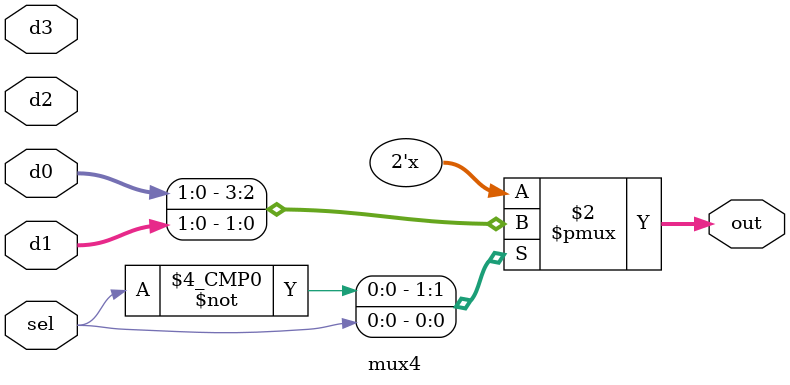
<source format=v>
`timescale 1ns/1ps

module mux2(out,sel,d0,d1);
	parameter width=2; //数据位宽,参数修改
	output  reg [width-1:0] out;
	input	[width-1:0] d0,d1;
	input	sel;
always @(*)
	begin
		case(sel)
		1'b0: out=d0;
		1'b1: out=d1;
		endcase
	end
endmodule

module mux4(out,sel,d0,d1,d2,d3);
	parameter width=2;
	output  reg [width-1:0] out;
	input	[width-1:0] d0,d1,d2,d3;
	input	sel;
always @(*)
	begin
		case(sel)
		2'b00: out=d0;
		2'b01: out=d1;
		2'b10: out=d2;
		2'b11: out=d3;
		endcase
	end
endmodule

</source>
